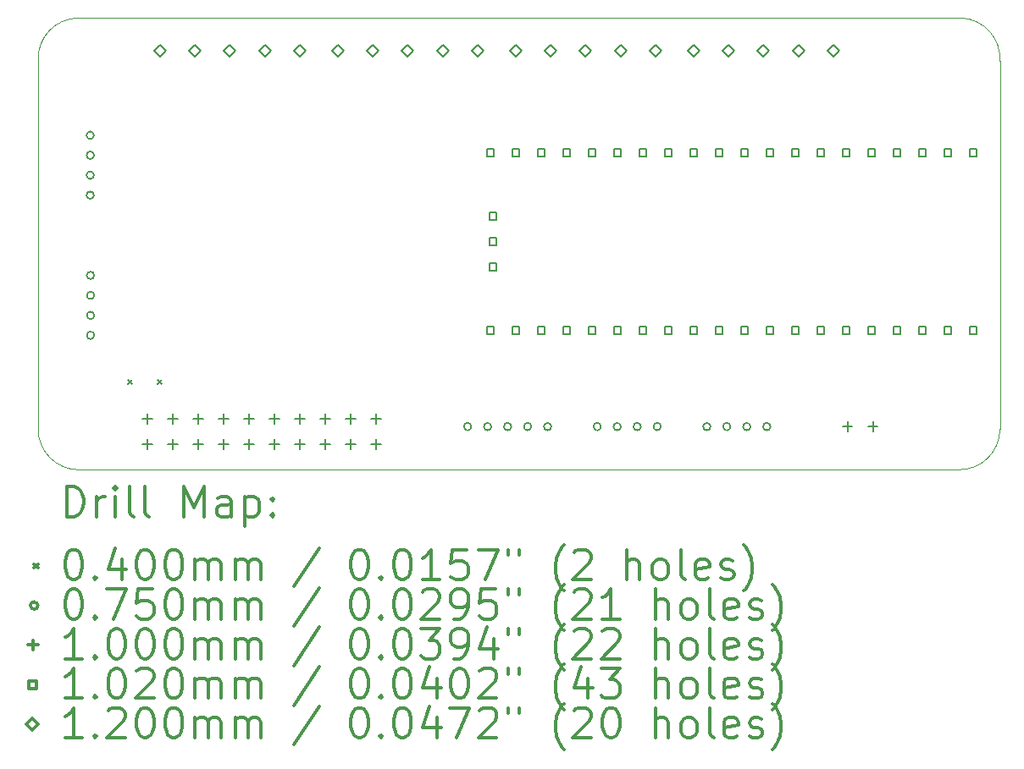
<source format=gbr>
%FSLAX45Y45*%
G04 Gerber Fmt 4.5, Leading zero omitted, Abs format (unit mm)*
G04 Created by KiCad (PCBNEW (5.1.12)-1) date 2021-12-31 11:23:11*
%MOMM*%
%LPD*%
G01*
G04 APERTURE LIST*
%TA.AperFunction,Profile*%
%ADD10C,0.050000*%
%TD*%
%ADD11C,0.200000*%
%ADD12C,0.300000*%
G04 APERTURE END LIST*
D10*
X19545300Y-12446000D02*
X10744200Y-12446000D01*
X19951700Y-8356600D02*
X19951700Y-12039600D01*
X10731500Y-7924800D02*
X19570700Y-7924800D01*
X10337800Y-12039600D02*
X10337800Y-8343900D01*
X10337800Y-12039600D02*
G75*
G03*
X10744200Y-12446000I406400J0D01*
G01*
X19545300Y-12446000D02*
G75*
G03*
X19951700Y-12039600I0J406400D01*
G01*
X19951700Y-8356600D02*
G75*
G03*
X19570700Y-7924800I-406400J25400D01*
G01*
X10731500Y-7924800D02*
G75*
G03*
X10337800Y-8343900I12700J-406400D01*
G01*
D11*
X11232840Y-11547160D02*
X11272840Y-11587160D01*
X11272840Y-11547160D02*
X11232840Y-11587160D01*
X11531920Y-11547160D02*
X11571920Y-11587160D01*
X11571920Y-11547160D02*
X11531920Y-11587160D01*
X10896000Y-9098280D02*
G75*
G03*
X10896000Y-9098280I-37500J0D01*
G01*
X10896000Y-9298280D02*
G75*
G03*
X10896000Y-9298280I-37500J0D01*
G01*
X10896000Y-9498280D02*
G75*
G03*
X10896000Y-9498280I-37500J0D01*
G01*
X10896000Y-9698280D02*
G75*
G03*
X10896000Y-9698280I-37500J0D01*
G01*
X10898540Y-10500360D02*
G75*
G03*
X10898540Y-10500360I-37500J0D01*
G01*
X10898540Y-10700360D02*
G75*
G03*
X10898540Y-10700360I-37500J0D01*
G01*
X10898540Y-10900360D02*
G75*
G03*
X10898540Y-10900360I-37500J0D01*
G01*
X10898540Y-11100360D02*
G75*
G03*
X10898540Y-11100360I-37500J0D01*
G01*
X14667900Y-12014200D02*
G75*
G03*
X14667900Y-12014200I-37500J0D01*
G01*
X14867900Y-12014200D02*
G75*
G03*
X14867900Y-12014200I-37500J0D01*
G01*
X15067900Y-12014200D02*
G75*
G03*
X15067900Y-12014200I-37500J0D01*
G01*
X15267900Y-12014200D02*
G75*
G03*
X15267900Y-12014200I-37500J0D01*
G01*
X15467900Y-12014200D02*
G75*
G03*
X15467900Y-12014200I-37500J0D01*
G01*
X15963300Y-12014200D02*
G75*
G03*
X15963300Y-12014200I-37500J0D01*
G01*
X16163300Y-12014200D02*
G75*
G03*
X16163300Y-12014200I-37500J0D01*
G01*
X16363300Y-12014200D02*
G75*
G03*
X16363300Y-12014200I-37500J0D01*
G01*
X16563300Y-12014200D02*
G75*
G03*
X16563300Y-12014200I-37500J0D01*
G01*
X17058700Y-12014200D02*
G75*
G03*
X17058700Y-12014200I-37500J0D01*
G01*
X17258700Y-12014200D02*
G75*
G03*
X17258700Y-12014200I-37500J0D01*
G01*
X17458700Y-12014200D02*
G75*
G03*
X17458700Y-12014200I-37500J0D01*
G01*
X17658700Y-12014200D02*
G75*
G03*
X17658700Y-12014200I-37500J0D01*
G01*
X11430000Y-11888000D02*
X11430000Y-11988000D01*
X11380000Y-11938000D02*
X11480000Y-11938000D01*
X11430000Y-12142000D02*
X11430000Y-12242000D01*
X11380000Y-12192000D02*
X11480000Y-12192000D01*
X11684000Y-11888000D02*
X11684000Y-11988000D01*
X11634000Y-11938000D02*
X11734000Y-11938000D01*
X11684000Y-12142000D02*
X11684000Y-12242000D01*
X11634000Y-12192000D02*
X11734000Y-12192000D01*
X11938000Y-11888000D02*
X11938000Y-11988000D01*
X11888000Y-11938000D02*
X11988000Y-11938000D01*
X11938000Y-12142000D02*
X11938000Y-12242000D01*
X11888000Y-12192000D02*
X11988000Y-12192000D01*
X12192000Y-11888000D02*
X12192000Y-11988000D01*
X12142000Y-11938000D02*
X12242000Y-11938000D01*
X12192000Y-12142000D02*
X12192000Y-12242000D01*
X12142000Y-12192000D02*
X12242000Y-12192000D01*
X12446000Y-11888000D02*
X12446000Y-11988000D01*
X12396000Y-11938000D02*
X12496000Y-11938000D01*
X12446000Y-12142000D02*
X12446000Y-12242000D01*
X12396000Y-12192000D02*
X12496000Y-12192000D01*
X12700000Y-11888000D02*
X12700000Y-11988000D01*
X12650000Y-11938000D02*
X12750000Y-11938000D01*
X12700000Y-12142000D02*
X12700000Y-12242000D01*
X12650000Y-12192000D02*
X12750000Y-12192000D01*
X12954000Y-11888000D02*
X12954000Y-11988000D01*
X12904000Y-11938000D02*
X13004000Y-11938000D01*
X12954000Y-12142000D02*
X12954000Y-12242000D01*
X12904000Y-12192000D02*
X13004000Y-12192000D01*
X13208000Y-11888000D02*
X13208000Y-11988000D01*
X13158000Y-11938000D02*
X13258000Y-11938000D01*
X13208000Y-12142000D02*
X13208000Y-12242000D01*
X13158000Y-12192000D02*
X13258000Y-12192000D01*
X13462000Y-11888000D02*
X13462000Y-11988000D01*
X13412000Y-11938000D02*
X13512000Y-11938000D01*
X13462000Y-12142000D02*
X13462000Y-12242000D01*
X13412000Y-12192000D02*
X13512000Y-12192000D01*
X13716000Y-11888000D02*
X13716000Y-11988000D01*
X13666000Y-11938000D02*
X13766000Y-11938000D01*
X13716000Y-12142000D02*
X13716000Y-12242000D01*
X13666000Y-12192000D02*
X13766000Y-12192000D01*
X18427700Y-11964200D02*
X18427700Y-12064200D01*
X18377700Y-12014200D02*
X18477700Y-12014200D01*
X18681700Y-11964200D02*
X18681700Y-12064200D01*
X18631700Y-12014200D02*
X18731700Y-12014200D01*
X14895063Y-9307063D02*
X14895063Y-9234937D01*
X14822937Y-9234937D01*
X14822937Y-9307063D01*
X14895063Y-9307063D01*
X14895063Y-11085063D02*
X14895063Y-11012937D01*
X14822937Y-11012937D01*
X14822937Y-11085063D01*
X14895063Y-11085063D01*
X14918063Y-9942063D02*
X14918063Y-9869937D01*
X14845937Y-9869937D01*
X14845937Y-9942063D01*
X14918063Y-9942063D01*
X14918063Y-10196063D02*
X14918063Y-10123937D01*
X14845937Y-10123937D01*
X14845937Y-10196063D01*
X14918063Y-10196063D01*
X14918063Y-10450063D02*
X14918063Y-10377937D01*
X14845937Y-10377937D01*
X14845937Y-10450063D01*
X14918063Y-10450063D01*
X15149063Y-9307063D02*
X15149063Y-9234937D01*
X15076937Y-9234937D01*
X15076937Y-9307063D01*
X15149063Y-9307063D01*
X15149063Y-11085063D02*
X15149063Y-11012937D01*
X15076937Y-11012937D01*
X15076937Y-11085063D01*
X15149063Y-11085063D01*
X15403063Y-9307063D02*
X15403063Y-9234937D01*
X15330937Y-9234937D01*
X15330937Y-9307063D01*
X15403063Y-9307063D01*
X15403063Y-11085063D02*
X15403063Y-11012937D01*
X15330937Y-11012937D01*
X15330937Y-11085063D01*
X15403063Y-11085063D01*
X15657063Y-9307063D02*
X15657063Y-9234937D01*
X15584937Y-9234937D01*
X15584937Y-9307063D01*
X15657063Y-9307063D01*
X15657063Y-11085063D02*
X15657063Y-11012937D01*
X15584937Y-11012937D01*
X15584937Y-11085063D01*
X15657063Y-11085063D01*
X15911063Y-9307063D02*
X15911063Y-9234937D01*
X15838937Y-9234937D01*
X15838937Y-9307063D01*
X15911063Y-9307063D01*
X15911063Y-11085063D02*
X15911063Y-11012937D01*
X15838937Y-11012937D01*
X15838937Y-11085063D01*
X15911063Y-11085063D01*
X16165063Y-9307063D02*
X16165063Y-9234937D01*
X16092937Y-9234937D01*
X16092937Y-9307063D01*
X16165063Y-9307063D01*
X16165063Y-11085063D02*
X16165063Y-11012937D01*
X16092937Y-11012937D01*
X16092937Y-11085063D01*
X16165063Y-11085063D01*
X16419063Y-9307063D02*
X16419063Y-9234937D01*
X16346937Y-9234937D01*
X16346937Y-9307063D01*
X16419063Y-9307063D01*
X16419063Y-11085063D02*
X16419063Y-11012937D01*
X16346937Y-11012937D01*
X16346937Y-11085063D01*
X16419063Y-11085063D01*
X16673063Y-9307063D02*
X16673063Y-9234937D01*
X16600937Y-9234937D01*
X16600937Y-9307063D01*
X16673063Y-9307063D01*
X16673063Y-11085063D02*
X16673063Y-11012937D01*
X16600937Y-11012937D01*
X16600937Y-11085063D01*
X16673063Y-11085063D01*
X16927063Y-9307063D02*
X16927063Y-9234937D01*
X16854937Y-9234937D01*
X16854937Y-9307063D01*
X16927063Y-9307063D01*
X16927063Y-11085063D02*
X16927063Y-11012937D01*
X16854937Y-11012937D01*
X16854937Y-11085063D01*
X16927063Y-11085063D01*
X17181063Y-9307063D02*
X17181063Y-9234937D01*
X17108937Y-9234937D01*
X17108937Y-9307063D01*
X17181063Y-9307063D01*
X17181063Y-11085063D02*
X17181063Y-11012937D01*
X17108937Y-11012937D01*
X17108937Y-11085063D01*
X17181063Y-11085063D01*
X17435063Y-9307063D02*
X17435063Y-9234937D01*
X17362937Y-9234937D01*
X17362937Y-9307063D01*
X17435063Y-9307063D01*
X17435063Y-11085063D02*
X17435063Y-11012937D01*
X17362937Y-11012937D01*
X17362937Y-11085063D01*
X17435063Y-11085063D01*
X17689063Y-9307063D02*
X17689063Y-9234937D01*
X17616937Y-9234937D01*
X17616937Y-9307063D01*
X17689063Y-9307063D01*
X17689063Y-11085063D02*
X17689063Y-11012937D01*
X17616937Y-11012937D01*
X17616937Y-11085063D01*
X17689063Y-11085063D01*
X17943063Y-9307063D02*
X17943063Y-9234937D01*
X17870937Y-9234937D01*
X17870937Y-9307063D01*
X17943063Y-9307063D01*
X17943063Y-11085063D02*
X17943063Y-11012937D01*
X17870937Y-11012937D01*
X17870937Y-11085063D01*
X17943063Y-11085063D01*
X18197063Y-9307063D02*
X18197063Y-9234937D01*
X18124937Y-9234937D01*
X18124937Y-9307063D01*
X18197063Y-9307063D01*
X18197063Y-11085063D02*
X18197063Y-11012937D01*
X18124937Y-11012937D01*
X18124937Y-11085063D01*
X18197063Y-11085063D01*
X18451063Y-9307063D02*
X18451063Y-9234937D01*
X18378937Y-9234937D01*
X18378937Y-9307063D01*
X18451063Y-9307063D01*
X18451063Y-11085063D02*
X18451063Y-11012937D01*
X18378937Y-11012937D01*
X18378937Y-11085063D01*
X18451063Y-11085063D01*
X18705063Y-9307063D02*
X18705063Y-9234937D01*
X18632937Y-9234937D01*
X18632937Y-9307063D01*
X18705063Y-9307063D01*
X18705063Y-11085063D02*
X18705063Y-11012937D01*
X18632937Y-11012937D01*
X18632937Y-11085063D01*
X18705063Y-11085063D01*
X18959063Y-9307063D02*
X18959063Y-9234937D01*
X18886937Y-9234937D01*
X18886937Y-9307063D01*
X18959063Y-9307063D01*
X18959063Y-11085063D02*
X18959063Y-11012937D01*
X18886937Y-11012937D01*
X18886937Y-11085063D01*
X18959063Y-11085063D01*
X19213063Y-9307063D02*
X19213063Y-9234937D01*
X19140937Y-9234937D01*
X19140937Y-9307063D01*
X19213063Y-9307063D01*
X19213063Y-11085063D02*
X19213063Y-11012937D01*
X19140937Y-11012937D01*
X19140937Y-11085063D01*
X19213063Y-11085063D01*
X19467063Y-9307063D02*
X19467063Y-9234937D01*
X19394937Y-9234937D01*
X19394937Y-9307063D01*
X19467063Y-9307063D01*
X19467063Y-11085063D02*
X19467063Y-11012937D01*
X19394937Y-11012937D01*
X19394937Y-11085063D01*
X19467063Y-11085063D01*
X19721063Y-9307063D02*
X19721063Y-9234937D01*
X19648937Y-9234937D01*
X19648937Y-9307063D01*
X19721063Y-9307063D01*
X19721063Y-11085063D02*
X19721063Y-11012937D01*
X19648937Y-11012937D01*
X19648937Y-11085063D01*
X19721063Y-11085063D01*
X11554000Y-8315000D02*
X11614000Y-8255000D01*
X11554000Y-8195000D01*
X11494000Y-8255000D01*
X11554000Y-8315000D01*
X11904000Y-8315000D02*
X11964000Y-8255000D01*
X11904000Y-8195000D01*
X11844000Y-8255000D01*
X11904000Y-8315000D01*
X12254000Y-8315000D02*
X12314000Y-8255000D01*
X12254000Y-8195000D01*
X12194000Y-8255000D01*
X12254000Y-8315000D01*
X12604000Y-8315000D02*
X12664000Y-8255000D01*
X12604000Y-8195000D01*
X12544000Y-8255000D01*
X12604000Y-8315000D01*
X12954000Y-8315000D02*
X13014000Y-8255000D01*
X12954000Y-8195000D01*
X12894000Y-8255000D01*
X12954000Y-8315000D01*
X13332000Y-8315000D02*
X13392000Y-8255000D01*
X13332000Y-8195000D01*
X13272000Y-8255000D01*
X13332000Y-8315000D01*
X13682000Y-8315000D02*
X13742000Y-8255000D01*
X13682000Y-8195000D01*
X13622000Y-8255000D01*
X13682000Y-8315000D01*
X14032000Y-8315000D02*
X14092000Y-8255000D01*
X14032000Y-8195000D01*
X13972000Y-8255000D01*
X14032000Y-8315000D01*
X14382000Y-8315000D02*
X14442000Y-8255000D01*
X14382000Y-8195000D01*
X14322000Y-8255000D01*
X14382000Y-8315000D01*
X14732000Y-8315000D02*
X14792000Y-8255000D01*
X14732000Y-8195000D01*
X14672000Y-8255000D01*
X14732000Y-8315000D01*
X15110000Y-8315000D02*
X15170000Y-8255000D01*
X15110000Y-8195000D01*
X15050000Y-8255000D01*
X15110000Y-8315000D01*
X15460000Y-8315000D02*
X15520000Y-8255000D01*
X15460000Y-8195000D01*
X15400000Y-8255000D01*
X15460000Y-8315000D01*
X15810000Y-8315000D02*
X15870000Y-8255000D01*
X15810000Y-8195000D01*
X15750000Y-8255000D01*
X15810000Y-8315000D01*
X16160000Y-8315000D02*
X16220000Y-8255000D01*
X16160000Y-8195000D01*
X16100000Y-8255000D01*
X16160000Y-8315000D01*
X16510000Y-8315000D02*
X16570000Y-8255000D01*
X16510000Y-8195000D01*
X16450000Y-8255000D01*
X16510000Y-8315000D01*
X16888000Y-8315000D02*
X16948000Y-8255000D01*
X16888000Y-8195000D01*
X16828000Y-8255000D01*
X16888000Y-8315000D01*
X17238000Y-8315000D02*
X17298000Y-8255000D01*
X17238000Y-8195000D01*
X17178000Y-8255000D01*
X17238000Y-8315000D01*
X17588000Y-8315000D02*
X17648000Y-8255000D01*
X17588000Y-8195000D01*
X17528000Y-8255000D01*
X17588000Y-8315000D01*
X17938000Y-8315000D02*
X17998000Y-8255000D01*
X17938000Y-8195000D01*
X17878000Y-8255000D01*
X17938000Y-8315000D01*
X18288000Y-8315000D02*
X18348000Y-8255000D01*
X18288000Y-8195000D01*
X18228000Y-8255000D01*
X18288000Y-8315000D01*
D12*
X10621530Y-12914214D02*
X10621530Y-12614214D01*
X10692959Y-12614214D01*
X10735816Y-12628500D01*
X10764387Y-12657071D01*
X10778673Y-12685643D01*
X10792959Y-12742786D01*
X10792959Y-12785643D01*
X10778673Y-12842786D01*
X10764387Y-12871357D01*
X10735816Y-12899929D01*
X10692959Y-12914214D01*
X10621530Y-12914214D01*
X10921530Y-12914214D02*
X10921530Y-12714214D01*
X10921530Y-12771357D02*
X10935816Y-12742786D01*
X10950102Y-12728500D01*
X10978673Y-12714214D01*
X11007244Y-12714214D01*
X11107244Y-12914214D02*
X11107244Y-12714214D01*
X11107244Y-12614214D02*
X11092959Y-12628500D01*
X11107244Y-12642786D01*
X11121530Y-12628500D01*
X11107244Y-12614214D01*
X11107244Y-12642786D01*
X11292959Y-12914214D02*
X11264387Y-12899929D01*
X11250101Y-12871357D01*
X11250101Y-12614214D01*
X11450101Y-12914214D02*
X11421530Y-12899929D01*
X11407244Y-12871357D01*
X11407244Y-12614214D01*
X11792959Y-12914214D02*
X11792959Y-12614214D01*
X11892959Y-12828500D01*
X11992959Y-12614214D01*
X11992959Y-12914214D01*
X12264387Y-12914214D02*
X12264387Y-12757071D01*
X12250101Y-12728500D01*
X12221530Y-12714214D01*
X12164387Y-12714214D01*
X12135816Y-12728500D01*
X12264387Y-12899929D02*
X12235816Y-12914214D01*
X12164387Y-12914214D01*
X12135816Y-12899929D01*
X12121530Y-12871357D01*
X12121530Y-12842786D01*
X12135816Y-12814214D01*
X12164387Y-12799929D01*
X12235816Y-12799929D01*
X12264387Y-12785643D01*
X12407244Y-12714214D02*
X12407244Y-13014214D01*
X12407244Y-12728500D02*
X12435816Y-12714214D01*
X12492959Y-12714214D01*
X12521530Y-12728500D01*
X12535816Y-12742786D01*
X12550101Y-12771357D01*
X12550101Y-12857071D01*
X12535816Y-12885643D01*
X12521530Y-12899929D01*
X12492959Y-12914214D01*
X12435816Y-12914214D01*
X12407244Y-12899929D01*
X12678673Y-12885643D02*
X12692959Y-12899929D01*
X12678673Y-12914214D01*
X12664387Y-12899929D01*
X12678673Y-12885643D01*
X12678673Y-12914214D01*
X12678673Y-12728500D02*
X12692959Y-12742786D01*
X12678673Y-12757071D01*
X12664387Y-12742786D01*
X12678673Y-12728500D01*
X12678673Y-12757071D01*
X10295102Y-13388500D02*
X10335102Y-13428500D01*
X10335102Y-13388500D02*
X10295102Y-13428500D01*
X10678673Y-13244214D02*
X10707244Y-13244214D01*
X10735816Y-13258500D01*
X10750102Y-13272786D01*
X10764387Y-13301357D01*
X10778673Y-13358500D01*
X10778673Y-13429929D01*
X10764387Y-13487071D01*
X10750102Y-13515643D01*
X10735816Y-13529929D01*
X10707244Y-13544214D01*
X10678673Y-13544214D01*
X10650102Y-13529929D01*
X10635816Y-13515643D01*
X10621530Y-13487071D01*
X10607244Y-13429929D01*
X10607244Y-13358500D01*
X10621530Y-13301357D01*
X10635816Y-13272786D01*
X10650102Y-13258500D01*
X10678673Y-13244214D01*
X10907244Y-13515643D02*
X10921530Y-13529929D01*
X10907244Y-13544214D01*
X10892959Y-13529929D01*
X10907244Y-13515643D01*
X10907244Y-13544214D01*
X11178673Y-13344214D02*
X11178673Y-13544214D01*
X11107244Y-13229929D02*
X11035816Y-13444214D01*
X11221530Y-13444214D01*
X11392959Y-13244214D02*
X11421530Y-13244214D01*
X11450101Y-13258500D01*
X11464387Y-13272786D01*
X11478673Y-13301357D01*
X11492959Y-13358500D01*
X11492959Y-13429929D01*
X11478673Y-13487071D01*
X11464387Y-13515643D01*
X11450101Y-13529929D01*
X11421530Y-13544214D01*
X11392959Y-13544214D01*
X11364387Y-13529929D01*
X11350101Y-13515643D01*
X11335816Y-13487071D01*
X11321530Y-13429929D01*
X11321530Y-13358500D01*
X11335816Y-13301357D01*
X11350101Y-13272786D01*
X11364387Y-13258500D01*
X11392959Y-13244214D01*
X11678673Y-13244214D02*
X11707244Y-13244214D01*
X11735816Y-13258500D01*
X11750101Y-13272786D01*
X11764387Y-13301357D01*
X11778673Y-13358500D01*
X11778673Y-13429929D01*
X11764387Y-13487071D01*
X11750101Y-13515643D01*
X11735816Y-13529929D01*
X11707244Y-13544214D01*
X11678673Y-13544214D01*
X11650101Y-13529929D01*
X11635816Y-13515643D01*
X11621530Y-13487071D01*
X11607244Y-13429929D01*
X11607244Y-13358500D01*
X11621530Y-13301357D01*
X11635816Y-13272786D01*
X11650101Y-13258500D01*
X11678673Y-13244214D01*
X11907244Y-13544214D02*
X11907244Y-13344214D01*
X11907244Y-13372786D02*
X11921530Y-13358500D01*
X11950101Y-13344214D01*
X11992959Y-13344214D01*
X12021530Y-13358500D01*
X12035816Y-13387071D01*
X12035816Y-13544214D01*
X12035816Y-13387071D02*
X12050101Y-13358500D01*
X12078673Y-13344214D01*
X12121530Y-13344214D01*
X12150101Y-13358500D01*
X12164387Y-13387071D01*
X12164387Y-13544214D01*
X12307244Y-13544214D02*
X12307244Y-13344214D01*
X12307244Y-13372786D02*
X12321530Y-13358500D01*
X12350101Y-13344214D01*
X12392959Y-13344214D01*
X12421530Y-13358500D01*
X12435816Y-13387071D01*
X12435816Y-13544214D01*
X12435816Y-13387071D02*
X12450101Y-13358500D01*
X12478673Y-13344214D01*
X12521530Y-13344214D01*
X12550101Y-13358500D01*
X12564387Y-13387071D01*
X12564387Y-13544214D01*
X13150101Y-13229929D02*
X12892959Y-13615643D01*
X13535816Y-13244214D02*
X13564387Y-13244214D01*
X13592959Y-13258500D01*
X13607244Y-13272786D01*
X13621530Y-13301357D01*
X13635816Y-13358500D01*
X13635816Y-13429929D01*
X13621530Y-13487071D01*
X13607244Y-13515643D01*
X13592959Y-13529929D01*
X13564387Y-13544214D01*
X13535816Y-13544214D01*
X13507244Y-13529929D01*
X13492959Y-13515643D01*
X13478673Y-13487071D01*
X13464387Y-13429929D01*
X13464387Y-13358500D01*
X13478673Y-13301357D01*
X13492959Y-13272786D01*
X13507244Y-13258500D01*
X13535816Y-13244214D01*
X13764387Y-13515643D02*
X13778673Y-13529929D01*
X13764387Y-13544214D01*
X13750101Y-13529929D01*
X13764387Y-13515643D01*
X13764387Y-13544214D01*
X13964387Y-13244214D02*
X13992959Y-13244214D01*
X14021530Y-13258500D01*
X14035816Y-13272786D01*
X14050101Y-13301357D01*
X14064387Y-13358500D01*
X14064387Y-13429929D01*
X14050101Y-13487071D01*
X14035816Y-13515643D01*
X14021530Y-13529929D01*
X13992959Y-13544214D01*
X13964387Y-13544214D01*
X13935816Y-13529929D01*
X13921530Y-13515643D01*
X13907244Y-13487071D01*
X13892959Y-13429929D01*
X13892959Y-13358500D01*
X13907244Y-13301357D01*
X13921530Y-13272786D01*
X13935816Y-13258500D01*
X13964387Y-13244214D01*
X14350101Y-13544214D02*
X14178673Y-13544214D01*
X14264387Y-13544214D02*
X14264387Y-13244214D01*
X14235816Y-13287071D01*
X14207244Y-13315643D01*
X14178673Y-13329929D01*
X14621530Y-13244214D02*
X14478673Y-13244214D01*
X14464387Y-13387071D01*
X14478673Y-13372786D01*
X14507244Y-13358500D01*
X14578673Y-13358500D01*
X14607244Y-13372786D01*
X14621530Y-13387071D01*
X14635816Y-13415643D01*
X14635816Y-13487071D01*
X14621530Y-13515643D01*
X14607244Y-13529929D01*
X14578673Y-13544214D01*
X14507244Y-13544214D01*
X14478673Y-13529929D01*
X14464387Y-13515643D01*
X14735816Y-13244214D02*
X14935816Y-13244214D01*
X14807244Y-13544214D01*
X15035816Y-13244214D02*
X15035816Y-13301357D01*
X15150101Y-13244214D02*
X15150101Y-13301357D01*
X15592959Y-13658500D02*
X15578673Y-13644214D01*
X15550101Y-13601357D01*
X15535816Y-13572786D01*
X15521530Y-13529929D01*
X15507244Y-13458500D01*
X15507244Y-13401357D01*
X15521530Y-13329929D01*
X15535816Y-13287071D01*
X15550101Y-13258500D01*
X15578673Y-13215643D01*
X15592959Y-13201357D01*
X15692959Y-13272786D02*
X15707244Y-13258500D01*
X15735816Y-13244214D01*
X15807244Y-13244214D01*
X15835816Y-13258500D01*
X15850101Y-13272786D01*
X15864387Y-13301357D01*
X15864387Y-13329929D01*
X15850101Y-13372786D01*
X15678673Y-13544214D01*
X15864387Y-13544214D01*
X16221530Y-13544214D02*
X16221530Y-13244214D01*
X16350101Y-13544214D02*
X16350101Y-13387071D01*
X16335816Y-13358500D01*
X16307244Y-13344214D01*
X16264387Y-13344214D01*
X16235816Y-13358500D01*
X16221530Y-13372786D01*
X16535816Y-13544214D02*
X16507244Y-13529929D01*
X16492959Y-13515643D01*
X16478673Y-13487071D01*
X16478673Y-13401357D01*
X16492959Y-13372786D01*
X16507244Y-13358500D01*
X16535816Y-13344214D01*
X16578673Y-13344214D01*
X16607244Y-13358500D01*
X16621530Y-13372786D01*
X16635816Y-13401357D01*
X16635816Y-13487071D01*
X16621530Y-13515643D01*
X16607244Y-13529929D01*
X16578673Y-13544214D01*
X16535816Y-13544214D01*
X16807244Y-13544214D02*
X16778673Y-13529929D01*
X16764387Y-13501357D01*
X16764387Y-13244214D01*
X17035816Y-13529929D02*
X17007244Y-13544214D01*
X16950102Y-13544214D01*
X16921530Y-13529929D01*
X16907244Y-13501357D01*
X16907244Y-13387071D01*
X16921530Y-13358500D01*
X16950102Y-13344214D01*
X17007244Y-13344214D01*
X17035816Y-13358500D01*
X17050102Y-13387071D01*
X17050102Y-13415643D01*
X16907244Y-13444214D01*
X17164387Y-13529929D02*
X17192959Y-13544214D01*
X17250102Y-13544214D01*
X17278673Y-13529929D01*
X17292959Y-13501357D01*
X17292959Y-13487071D01*
X17278673Y-13458500D01*
X17250102Y-13444214D01*
X17207244Y-13444214D01*
X17178673Y-13429929D01*
X17164387Y-13401357D01*
X17164387Y-13387071D01*
X17178673Y-13358500D01*
X17207244Y-13344214D01*
X17250102Y-13344214D01*
X17278673Y-13358500D01*
X17392959Y-13658500D02*
X17407244Y-13644214D01*
X17435816Y-13601357D01*
X17450102Y-13572786D01*
X17464387Y-13529929D01*
X17478673Y-13458500D01*
X17478673Y-13401357D01*
X17464387Y-13329929D01*
X17450102Y-13287071D01*
X17435816Y-13258500D01*
X17407244Y-13215643D01*
X17392959Y-13201357D01*
X10335102Y-13804500D02*
G75*
G03*
X10335102Y-13804500I-37500J0D01*
G01*
X10678673Y-13640214D02*
X10707244Y-13640214D01*
X10735816Y-13654500D01*
X10750102Y-13668786D01*
X10764387Y-13697357D01*
X10778673Y-13754500D01*
X10778673Y-13825929D01*
X10764387Y-13883071D01*
X10750102Y-13911643D01*
X10735816Y-13925929D01*
X10707244Y-13940214D01*
X10678673Y-13940214D01*
X10650102Y-13925929D01*
X10635816Y-13911643D01*
X10621530Y-13883071D01*
X10607244Y-13825929D01*
X10607244Y-13754500D01*
X10621530Y-13697357D01*
X10635816Y-13668786D01*
X10650102Y-13654500D01*
X10678673Y-13640214D01*
X10907244Y-13911643D02*
X10921530Y-13925929D01*
X10907244Y-13940214D01*
X10892959Y-13925929D01*
X10907244Y-13911643D01*
X10907244Y-13940214D01*
X11021530Y-13640214D02*
X11221530Y-13640214D01*
X11092959Y-13940214D01*
X11478673Y-13640214D02*
X11335816Y-13640214D01*
X11321530Y-13783071D01*
X11335816Y-13768786D01*
X11364387Y-13754500D01*
X11435816Y-13754500D01*
X11464387Y-13768786D01*
X11478673Y-13783071D01*
X11492959Y-13811643D01*
X11492959Y-13883071D01*
X11478673Y-13911643D01*
X11464387Y-13925929D01*
X11435816Y-13940214D01*
X11364387Y-13940214D01*
X11335816Y-13925929D01*
X11321530Y-13911643D01*
X11678673Y-13640214D02*
X11707244Y-13640214D01*
X11735816Y-13654500D01*
X11750101Y-13668786D01*
X11764387Y-13697357D01*
X11778673Y-13754500D01*
X11778673Y-13825929D01*
X11764387Y-13883071D01*
X11750101Y-13911643D01*
X11735816Y-13925929D01*
X11707244Y-13940214D01*
X11678673Y-13940214D01*
X11650101Y-13925929D01*
X11635816Y-13911643D01*
X11621530Y-13883071D01*
X11607244Y-13825929D01*
X11607244Y-13754500D01*
X11621530Y-13697357D01*
X11635816Y-13668786D01*
X11650101Y-13654500D01*
X11678673Y-13640214D01*
X11907244Y-13940214D02*
X11907244Y-13740214D01*
X11907244Y-13768786D02*
X11921530Y-13754500D01*
X11950101Y-13740214D01*
X11992959Y-13740214D01*
X12021530Y-13754500D01*
X12035816Y-13783071D01*
X12035816Y-13940214D01*
X12035816Y-13783071D02*
X12050101Y-13754500D01*
X12078673Y-13740214D01*
X12121530Y-13740214D01*
X12150101Y-13754500D01*
X12164387Y-13783071D01*
X12164387Y-13940214D01*
X12307244Y-13940214D02*
X12307244Y-13740214D01*
X12307244Y-13768786D02*
X12321530Y-13754500D01*
X12350101Y-13740214D01*
X12392959Y-13740214D01*
X12421530Y-13754500D01*
X12435816Y-13783071D01*
X12435816Y-13940214D01*
X12435816Y-13783071D02*
X12450101Y-13754500D01*
X12478673Y-13740214D01*
X12521530Y-13740214D01*
X12550101Y-13754500D01*
X12564387Y-13783071D01*
X12564387Y-13940214D01*
X13150101Y-13625929D02*
X12892959Y-14011643D01*
X13535816Y-13640214D02*
X13564387Y-13640214D01*
X13592959Y-13654500D01*
X13607244Y-13668786D01*
X13621530Y-13697357D01*
X13635816Y-13754500D01*
X13635816Y-13825929D01*
X13621530Y-13883071D01*
X13607244Y-13911643D01*
X13592959Y-13925929D01*
X13564387Y-13940214D01*
X13535816Y-13940214D01*
X13507244Y-13925929D01*
X13492959Y-13911643D01*
X13478673Y-13883071D01*
X13464387Y-13825929D01*
X13464387Y-13754500D01*
X13478673Y-13697357D01*
X13492959Y-13668786D01*
X13507244Y-13654500D01*
X13535816Y-13640214D01*
X13764387Y-13911643D02*
X13778673Y-13925929D01*
X13764387Y-13940214D01*
X13750101Y-13925929D01*
X13764387Y-13911643D01*
X13764387Y-13940214D01*
X13964387Y-13640214D02*
X13992959Y-13640214D01*
X14021530Y-13654500D01*
X14035816Y-13668786D01*
X14050101Y-13697357D01*
X14064387Y-13754500D01*
X14064387Y-13825929D01*
X14050101Y-13883071D01*
X14035816Y-13911643D01*
X14021530Y-13925929D01*
X13992959Y-13940214D01*
X13964387Y-13940214D01*
X13935816Y-13925929D01*
X13921530Y-13911643D01*
X13907244Y-13883071D01*
X13892959Y-13825929D01*
X13892959Y-13754500D01*
X13907244Y-13697357D01*
X13921530Y-13668786D01*
X13935816Y-13654500D01*
X13964387Y-13640214D01*
X14178673Y-13668786D02*
X14192959Y-13654500D01*
X14221530Y-13640214D01*
X14292959Y-13640214D01*
X14321530Y-13654500D01*
X14335816Y-13668786D01*
X14350101Y-13697357D01*
X14350101Y-13725929D01*
X14335816Y-13768786D01*
X14164387Y-13940214D01*
X14350101Y-13940214D01*
X14492959Y-13940214D02*
X14550101Y-13940214D01*
X14578673Y-13925929D01*
X14592959Y-13911643D01*
X14621530Y-13868786D01*
X14635816Y-13811643D01*
X14635816Y-13697357D01*
X14621530Y-13668786D01*
X14607244Y-13654500D01*
X14578673Y-13640214D01*
X14521530Y-13640214D01*
X14492959Y-13654500D01*
X14478673Y-13668786D01*
X14464387Y-13697357D01*
X14464387Y-13768786D01*
X14478673Y-13797357D01*
X14492959Y-13811643D01*
X14521530Y-13825929D01*
X14578673Y-13825929D01*
X14607244Y-13811643D01*
X14621530Y-13797357D01*
X14635816Y-13768786D01*
X14907244Y-13640214D02*
X14764387Y-13640214D01*
X14750101Y-13783071D01*
X14764387Y-13768786D01*
X14792959Y-13754500D01*
X14864387Y-13754500D01*
X14892959Y-13768786D01*
X14907244Y-13783071D01*
X14921530Y-13811643D01*
X14921530Y-13883071D01*
X14907244Y-13911643D01*
X14892959Y-13925929D01*
X14864387Y-13940214D01*
X14792959Y-13940214D01*
X14764387Y-13925929D01*
X14750101Y-13911643D01*
X15035816Y-13640214D02*
X15035816Y-13697357D01*
X15150101Y-13640214D02*
X15150101Y-13697357D01*
X15592959Y-14054500D02*
X15578673Y-14040214D01*
X15550101Y-13997357D01*
X15535816Y-13968786D01*
X15521530Y-13925929D01*
X15507244Y-13854500D01*
X15507244Y-13797357D01*
X15521530Y-13725929D01*
X15535816Y-13683071D01*
X15550101Y-13654500D01*
X15578673Y-13611643D01*
X15592959Y-13597357D01*
X15692959Y-13668786D02*
X15707244Y-13654500D01*
X15735816Y-13640214D01*
X15807244Y-13640214D01*
X15835816Y-13654500D01*
X15850101Y-13668786D01*
X15864387Y-13697357D01*
X15864387Y-13725929D01*
X15850101Y-13768786D01*
X15678673Y-13940214D01*
X15864387Y-13940214D01*
X16150101Y-13940214D02*
X15978673Y-13940214D01*
X16064387Y-13940214D02*
X16064387Y-13640214D01*
X16035816Y-13683071D01*
X16007244Y-13711643D01*
X15978673Y-13725929D01*
X16507244Y-13940214D02*
X16507244Y-13640214D01*
X16635816Y-13940214D02*
X16635816Y-13783071D01*
X16621530Y-13754500D01*
X16592959Y-13740214D01*
X16550101Y-13740214D01*
X16521530Y-13754500D01*
X16507244Y-13768786D01*
X16821530Y-13940214D02*
X16792959Y-13925929D01*
X16778673Y-13911643D01*
X16764387Y-13883071D01*
X16764387Y-13797357D01*
X16778673Y-13768786D01*
X16792959Y-13754500D01*
X16821530Y-13740214D01*
X16864387Y-13740214D01*
X16892959Y-13754500D01*
X16907244Y-13768786D01*
X16921530Y-13797357D01*
X16921530Y-13883071D01*
X16907244Y-13911643D01*
X16892959Y-13925929D01*
X16864387Y-13940214D01*
X16821530Y-13940214D01*
X17092959Y-13940214D02*
X17064387Y-13925929D01*
X17050102Y-13897357D01*
X17050102Y-13640214D01*
X17321530Y-13925929D02*
X17292959Y-13940214D01*
X17235816Y-13940214D01*
X17207244Y-13925929D01*
X17192959Y-13897357D01*
X17192959Y-13783071D01*
X17207244Y-13754500D01*
X17235816Y-13740214D01*
X17292959Y-13740214D01*
X17321530Y-13754500D01*
X17335816Y-13783071D01*
X17335816Y-13811643D01*
X17192959Y-13840214D01*
X17450102Y-13925929D02*
X17478673Y-13940214D01*
X17535816Y-13940214D01*
X17564387Y-13925929D01*
X17578673Y-13897357D01*
X17578673Y-13883071D01*
X17564387Y-13854500D01*
X17535816Y-13840214D01*
X17492959Y-13840214D01*
X17464387Y-13825929D01*
X17450102Y-13797357D01*
X17450102Y-13783071D01*
X17464387Y-13754500D01*
X17492959Y-13740214D01*
X17535816Y-13740214D01*
X17564387Y-13754500D01*
X17678673Y-14054500D02*
X17692959Y-14040214D01*
X17721530Y-13997357D01*
X17735816Y-13968786D01*
X17750102Y-13925929D01*
X17764387Y-13854500D01*
X17764387Y-13797357D01*
X17750102Y-13725929D01*
X17735816Y-13683071D01*
X17721530Y-13654500D01*
X17692959Y-13611643D01*
X17678673Y-13597357D01*
X10285102Y-14150500D02*
X10285102Y-14250500D01*
X10235102Y-14200500D02*
X10335102Y-14200500D01*
X10778673Y-14336214D02*
X10607244Y-14336214D01*
X10692959Y-14336214D02*
X10692959Y-14036214D01*
X10664387Y-14079071D01*
X10635816Y-14107643D01*
X10607244Y-14121929D01*
X10907244Y-14307643D02*
X10921530Y-14321929D01*
X10907244Y-14336214D01*
X10892959Y-14321929D01*
X10907244Y-14307643D01*
X10907244Y-14336214D01*
X11107244Y-14036214D02*
X11135816Y-14036214D01*
X11164387Y-14050500D01*
X11178673Y-14064786D01*
X11192959Y-14093357D01*
X11207244Y-14150500D01*
X11207244Y-14221929D01*
X11192959Y-14279071D01*
X11178673Y-14307643D01*
X11164387Y-14321929D01*
X11135816Y-14336214D01*
X11107244Y-14336214D01*
X11078673Y-14321929D01*
X11064387Y-14307643D01*
X11050102Y-14279071D01*
X11035816Y-14221929D01*
X11035816Y-14150500D01*
X11050102Y-14093357D01*
X11064387Y-14064786D01*
X11078673Y-14050500D01*
X11107244Y-14036214D01*
X11392959Y-14036214D02*
X11421530Y-14036214D01*
X11450101Y-14050500D01*
X11464387Y-14064786D01*
X11478673Y-14093357D01*
X11492959Y-14150500D01*
X11492959Y-14221929D01*
X11478673Y-14279071D01*
X11464387Y-14307643D01*
X11450101Y-14321929D01*
X11421530Y-14336214D01*
X11392959Y-14336214D01*
X11364387Y-14321929D01*
X11350101Y-14307643D01*
X11335816Y-14279071D01*
X11321530Y-14221929D01*
X11321530Y-14150500D01*
X11335816Y-14093357D01*
X11350101Y-14064786D01*
X11364387Y-14050500D01*
X11392959Y-14036214D01*
X11678673Y-14036214D02*
X11707244Y-14036214D01*
X11735816Y-14050500D01*
X11750101Y-14064786D01*
X11764387Y-14093357D01*
X11778673Y-14150500D01*
X11778673Y-14221929D01*
X11764387Y-14279071D01*
X11750101Y-14307643D01*
X11735816Y-14321929D01*
X11707244Y-14336214D01*
X11678673Y-14336214D01*
X11650101Y-14321929D01*
X11635816Y-14307643D01*
X11621530Y-14279071D01*
X11607244Y-14221929D01*
X11607244Y-14150500D01*
X11621530Y-14093357D01*
X11635816Y-14064786D01*
X11650101Y-14050500D01*
X11678673Y-14036214D01*
X11907244Y-14336214D02*
X11907244Y-14136214D01*
X11907244Y-14164786D02*
X11921530Y-14150500D01*
X11950101Y-14136214D01*
X11992959Y-14136214D01*
X12021530Y-14150500D01*
X12035816Y-14179071D01*
X12035816Y-14336214D01*
X12035816Y-14179071D02*
X12050101Y-14150500D01*
X12078673Y-14136214D01*
X12121530Y-14136214D01*
X12150101Y-14150500D01*
X12164387Y-14179071D01*
X12164387Y-14336214D01*
X12307244Y-14336214D02*
X12307244Y-14136214D01*
X12307244Y-14164786D02*
X12321530Y-14150500D01*
X12350101Y-14136214D01*
X12392959Y-14136214D01*
X12421530Y-14150500D01*
X12435816Y-14179071D01*
X12435816Y-14336214D01*
X12435816Y-14179071D02*
X12450101Y-14150500D01*
X12478673Y-14136214D01*
X12521530Y-14136214D01*
X12550101Y-14150500D01*
X12564387Y-14179071D01*
X12564387Y-14336214D01*
X13150101Y-14021929D02*
X12892959Y-14407643D01*
X13535816Y-14036214D02*
X13564387Y-14036214D01*
X13592959Y-14050500D01*
X13607244Y-14064786D01*
X13621530Y-14093357D01*
X13635816Y-14150500D01*
X13635816Y-14221929D01*
X13621530Y-14279071D01*
X13607244Y-14307643D01*
X13592959Y-14321929D01*
X13564387Y-14336214D01*
X13535816Y-14336214D01*
X13507244Y-14321929D01*
X13492959Y-14307643D01*
X13478673Y-14279071D01*
X13464387Y-14221929D01*
X13464387Y-14150500D01*
X13478673Y-14093357D01*
X13492959Y-14064786D01*
X13507244Y-14050500D01*
X13535816Y-14036214D01*
X13764387Y-14307643D02*
X13778673Y-14321929D01*
X13764387Y-14336214D01*
X13750101Y-14321929D01*
X13764387Y-14307643D01*
X13764387Y-14336214D01*
X13964387Y-14036214D02*
X13992959Y-14036214D01*
X14021530Y-14050500D01*
X14035816Y-14064786D01*
X14050101Y-14093357D01*
X14064387Y-14150500D01*
X14064387Y-14221929D01*
X14050101Y-14279071D01*
X14035816Y-14307643D01*
X14021530Y-14321929D01*
X13992959Y-14336214D01*
X13964387Y-14336214D01*
X13935816Y-14321929D01*
X13921530Y-14307643D01*
X13907244Y-14279071D01*
X13892959Y-14221929D01*
X13892959Y-14150500D01*
X13907244Y-14093357D01*
X13921530Y-14064786D01*
X13935816Y-14050500D01*
X13964387Y-14036214D01*
X14164387Y-14036214D02*
X14350101Y-14036214D01*
X14250101Y-14150500D01*
X14292959Y-14150500D01*
X14321530Y-14164786D01*
X14335816Y-14179071D01*
X14350101Y-14207643D01*
X14350101Y-14279071D01*
X14335816Y-14307643D01*
X14321530Y-14321929D01*
X14292959Y-14336214D01*
X14207244Y-14336214D01*
X14178673Y-14321929D01*
X14164387Y-14307643D01*
X14492959Y-14336214D02*
X14550101Y-14336214D01*
X14578673Y-14321929D01*
X14592959Y-14307643D01*
X14621530Y-14264786D01*
X14635816Y-14207643D01*
X14635816Y-14093357D01*
X14621530Y-14064786D01*
X14607244Y-14050500D01*
X14578673Y-14036214D01*
X14521530Y-14036214D01*
X14492959Y-14050500D01*
X14478673Y-14064786D01*
X14464387Y-14093357D01*
X14464387Y-14164786D01*
X14478673Y-14193357D01*
X14492959Y-14207643D01*
X14521530Y-14221929D01*
X14578673Y-14221929D01*
X14607244Y-14207643D01*
X14621530Y-14193357D01*
X14635816Y-14164786D01*
X14892959Y-14136214D02*
X14892959Y-14336214D01*
X14821530Y-14021929D02*
X14750101Y-14236214D01*
X14935816Y-14236214D01*
X15035816Y-14036214D02*
X15035816Y-14093357D01*
X15150101Y-14036214D02*
X15150101Y-14093357D01*
X15592959Y-14450500D02*
X15578673Y-14436214D01*
X15550101Y-14393357D01*
X15535816Y-14364786D01*
X15521530Y-14321929D01*
X15507244Y-14250500D01*
X15507244Y-14193357D01*
X15521530Y-14121929D01*
X15535816Y-14079071D01*
X15550101Y-14050500D01*
X15578673Y-14007643D01*
X15592959Y-13993357D01*
X15692959Y-14064786D02*
X15707244Y-14050500D01*
X15735816Y-14036214D01*
X15807244Y-14036214D01*
X15835816Y-14050500D01*
X15850101Y-14064786D01*
X15864387Y-14093357D01*
X15864387Y-14121929D01*
X15850101Y-14164786D01*
X15678673Y-14336214D01*
X15864387Y-14336214D01*
X15978673Y-14064786D02*
X15992959Y-14050500D01*
X16021530Y-14036214D01*
X16092959Y-14036214D01*
X16121530Y-14050500D01*
X16135816Y-14064786D01*
X16150101Y-14093357D01*
X16150101Y-14121929D01*
X16135816Y-14164786D01*
X15964387Y-14336214D01*
X16150101Y-14336214D01*
X16507244Y-14336214D02*
X16507244Y-14036214D01*
X16635816Y-14336214D02*
X16635816Y-14179071D01*
X16621530Y-14150500D01*
X16592959Y-14136214D01*
X16550101Y-14136214D01*
X16521530Y-14150500D01*
X16507244Y-14164786D01*
X16821530Y-14336214D02*
X16792959Y-14321929D01*
X16778673Y-14307643D01*
X16764387Y-14279071D01*
X16764387Y-14193357D01*
X16778673Y-14164786D01*
X16792959Y-14150500D01*
X16821530Y-14136214D01*
X16864387Y-14136214D01*
X16892959Y-14150500D01*
X16907244Y-14164786D01*
X16921530Y-14193357D01*
X16921530Y-14279071D01*
X16907244Y-14307643D01*
X16892959Y-14321929D01*
X16864387Y-14336214D01*
X16821530Y-14336214D01*
X17092959Y-14336214D02*
X17064387Y-14321929D01*
X17050102Y-14293357D01*
X17050102Y-14036214D01*
X17321530Y-14321929D02*
X17292959Y-14336214D01*
X17235816Y-14336214D01*
X17207244Y-14321929D01*
X17192959Y-14293357D01*
X17192959Y-14179071D01*
X17207244Y-14150500D01*
X17235816Y-14136214D01*
X17292959Y-14136214D01*
X17321530Y-14150500D01*
X17335816Y-14179071D01*
X17335816Y-14207643D01*
X17192959Y-14236214D01*
X17450102Y-14321929D02*
X17478673Y-14336214D01*
X17535816Y-14336214D01*
X17564387Y-14321929D01*
X17578673Y-14293357D01*
X17578673Y-14279071D01*
X17564387Y-14250500D01*
X17535816Y-14236214D01*
X17492959Y-14236214D01*
X17464387Y-14221929D01*
X17450102Y-14193357D01*
X17450102Y-14179071D01*
X17464387Y-14150500D01*
X17492959Y-14136214D01*
X17535816Y-14136214D01*
X17564387Y-14150500D01*
X17678673Y-14450500D02*
X17692959Y-14436214D01*
X17721530Y-14393357D01*
X17735816Y-14364786D01*
X17750102Y-14321929D01*
X17764387Y-14250500D01*
X17764387Y-14193357D01*
X17750102Y-14121929D01*
X17735816Y-14079071D01*
X17721530Y-14050500D01*
X17692959Y-14007643D01*
X17678673Y-13993357D01*
X10320164Y-14632563D02*
X10320164Y-14560437D01*
X10248039Y-14560437D01*
X10248039Y-14632563D01*
X10320164Y-14632563D01*
X10778673Y-14732214D02*
X10607244Y-14732214D01*
X10692959Y-14732214D02*
X10692959Y-14432214D01*
X10664387Y-14475071D01*
X10635816Y-14503643D01*
X10607244Y-14517929D01*
X10907244Y-14703643D02*
X10921530Y-14717929D01*
X10907244Y-14732214D01*
X10892959Y-14717929D01*
X10907244Y-14703643D01*
X10907244Y-14732214D01*
X11107244Y-14432214D02*
X11135816Y-14432214D01*
X11164387Y-14446500D01*
X11178673Y-14460786D01*
X11192959Y-14489357D01*
X11207244Y-14546500D01*
X11207244Y-14617929D01*
X11192959Y-14675071D01*
X11178673Y-14703643D01*
X11164387Y-14717929D01*
X11135816Y-14732214D01*
X11107244Y-14732214D01*
X11078673Y-14717929D01*
X11064387Y-14703643D01*
X11050102Y-14675071D01*
X11035816Y-14617929D01*
X11035816Y-14546500D01*
X11050102Y-14489357D01*
X11064387Y-14460786D01*
X11078673Y-14446500D01*
X11107244Y-14432214D01*
X11321530Y-14460786D02*
X11335816Y-14446500D01*
X11364387Y-14432214D01*
X11435816Y-14432214D01*
X11464387Y-14446500D01*
X11478673Y-14460786D01*
X11492959Y-14489357D01*
X11492959Y-14517929D01*
X11478673Y-14560786D01*
X11307244Y-14732214D01*
X11492959Y-14732214D01*
X11678673Y-14432214D02*
X11707244Y-14432214D01*
X11735816Y-14446500D01*
X11750101Y-14460786D01*
X11764387Y-14489357D01*
X11778673Y-14546500D01*
X11778673Y-14617929D01*
X11764387Y-14675071D01*
X11750101Y-14703643D01*
X11735816Y-14717929D01*
X11707244Y-14732214D01*
X11678673Y-14732214D01*
X11650101Y-14717929D01*
X11635816Y-14703643D01*
X11621530Y-14675071D01*
X11607244Y-14617929D01*
X11607244Y-14546500D01*
X11621530Y-14489357D01*
X11635816Y-14460786D01*
X11650101Y-14446500D01*
X11678673Y-14432214D01*
X11907244Y-14732214D02*
X11907244Y-14532214D01*
X11907244Y-14560786D02*
X11921530Y-14546500D01*
X11950101Y-14532214D01*
X11992959Y-14532214D01*
X12021530Y-14546500D01*
X12035816Y-14575071D01*
X12035816Y-14732214D01*
X12035816Y-14575071D02*
X12050101Y-14546500D01*
X12078673Y-14532214D01*
X12121530Y-14532214D01*
X12150101Y-14546500D01*
X12164387Y-14575071D01*
X12164387Y-14732214D01*
X12307244Y-14732214D02*
X12307244Y-14532214D01*
X12307244Y-14560786D02*
X12321530Y-14546500D01*
X12350101Y-14532214D01*
X12392959Y-14532214D01*
X12421530Y-14546500D01*
X12435816Y-14575071D01*
X12435816Y-14732214D01*
X12435816Y-14575071D02*
X12450101Y-14546500D01*
X12478673Y-14532214D01*
X12521530Y-14532214D01*
X12550101Y-14546500D01*
X12564387Y-14575071D01*
X12564387Y-14732214D01*
X13150101Y-14417929D02*
X12892959Y-14803643D01*
X13535816Y-14432214D02*
X13564387Y-14432214D01*
X13592959Y-14446500D01*
X13607244Y-14460786D01*
X13621530Y-14489357D01*
X13635816Y-14546500D01*
X13635816Y-14617929D01*
X13621530Y-14675071D01*
X13607244Y-14703643D01*
X13592959Y-14717929D01*
X13564387Y-14732214D01*
X13535816Y-14732214D01*
X13507244Y-14717929D01*
X13492959Y-14703643D01*
X13478673Y-14675071D01*
X13464387Y-14617929D01*
X13464387Y-14546500D01*
X13478673Y-14489357D01*
X13492959Y-14460786D01*
X13507244Y-14446500D01*
X13535816Y-14432214D01*
X13764387Y-14703643D02*
X13778673Y-14717929D01*
X13764387Y-14732214D01*
X13750101Y-14717929D01*
X13764387Y-14703643D01*
X13764387Y-14732214D01*
X13964387Y-14432214D02*
X13992959Y-14432214D01*
X14021530Y-14446500D01*
X14035816Y-14460786D01*
X14050101Y-14489357D01*
X14064387Y-14546500D01*
X14064387Y-14617929D01*
X14050101Y-14675071D01*
X14035816Y-14703643D01*
X14021530Y-14717929D01*
X13992959Y-14732214D01*
X13964387Y-14732214D01*
X13935816Y-14717929D01*
X13921530Y-14703643D01*
X13907244Y-14675071D01*
X13892959Y-14617929D01*
X13892959Y-14546500D01*
X13907244Y-14489357D01*
X13921530Y-14460786D01*
X13935816Y-14446500D01*
X13964387Y-14432214D01*
X14321530Y-14532214D02*
X14321530Y-14732214D01*
X14250101Y-14417929D02*
X14178673Y-14632214D01*
X14364387Y-14632214D01*
X14535816Y-14432214D02*
X14564387Y-14432214D01*
X14592959Y-14446500D01*
X14607244Y-14460786D01*
X14621530Y-14489357D01*
X14635816Y-14546500D01*
X14635816Y-14617929D01*
X14621530Y-14675071D01*
X14607244Y-14703643D01*
X14592959Y-14717929D01*
X14564387Y-14732214D01*
X14535816Y-14732214D01*
X14507244Y-14717929D01*
X14492959Y-14703643D01*
X14478673Y-14675071D01*
X14464387Y-14617929D01*
X14464387Y-14546500D01*
X14478673Y-14489357D01*
X14492959Y-14460786D01*
X14507244Y-14446500D01*
X14535816Y-14432214D01*
X14750101Y-14460786D02*
X14764387Y-14446500D01*
X14792959Y-14432214D01*
X14864387Y-14432214D01*
X14892959Y-14446500D01*
X14907244Y-14460786D01*
X14921530Y-14489357D01*
X14921530Y-14517929D01*
X14907244Y-14560786D01*
X14735816Y-14732214D01*
X14921530Y-14732214D01*
X15035816Y-14432214D02*
X15035816Y-14489357D01*
X15150101Y-14432214D02*
X15150101Y-14489357D01*
X15592959Y-14846500D02*
X15578673Y-14832214D01*
X15550101Y-14789357D01*
X15535816Y-14760786D01*
X15521530Y-14717929D01*
X15507244Y-14646500D01*
X15507244Y-14589357D01*
X15521530Y-14517929D01*
X15535816Y-14475071D01*
X15550101Y-14446500D01*
X15578673Y-14403643D01*
X15592959Y-14389357D01*
X15835816Y-14532214D02*
X15835816Y-14732214D01*
X15764387Y-14417929D02*
X15692959Y-14632214D01*
X15878673Y-14632214D01*
X15964387Y-14432214D02*
X16150101Y-14432214D01*
X16050101Y-14546500D01*
X16092959Y-14546500D01*
X16121530Y-14560786D01*
X16135816Y-14575071D01*
X16150101Y-14603643D01*
X16150101Y-14675071D01*
X16135816Y-14703643D01*
X16121530Y-14717929D01*
X16092959Y-14732214D01*
X16007244Y-14732214D01*
X15978673Y-14717929D01*
X15964387Y-14703643D01*
X16507244Y-14732214D02*
X16507244Y-14432214D01*
X16635816Y-14732214D02*
X16635816Y-14575071D01*
X16621530Y-14546500D01*
X16592959Y-14532214D01*
X16550101Y-14532214D01*
X16521530Y-14546500D01*
X16507244Y-14560786D01*
X16821530Y-14732214D02*
X16792959Y-14717929D01*
X16778673Y-14703643D01*
X16764387Y-14675071D01*
X16764387Y-14589357D01*
X16778673Y-14560786D01*
X16792959Y-14546500D01*
X16821530Y-14532214D01*
X16864387Y-14532214D01*
X16892959Y-14546500D01*
X16907244Y-14560786D01*
X16921530Y-14589357D01*
X16921530Y-14675071D01*
X16907244Y-14703643D01*
X16892959Y-14717929D01*
X16864387Y-14732214D01*
X16821530Y-14732214D01*
X17092959Y-14732214D02*
X17064387Y-14717929D01*
X17050102Y-14689357D01*
X17050102Y-14432214D01*
X17321530Y-14717929D02*
X17292959Y-14732214D01*
X17235816Y-14732214D01*
X17207244Y-14717929D01*
X17192959Y-14689357D01*
X17192959Y-14575071D01*
X17207244Y-14546500D01*
X17235816Y-14532214D01*
X17292959Y-14532214D01*
X17321530Y-14546500D01*
X17335816Y-14575071D01*
X17335816Y-14603643D01*
X17192959Y-14632214D01*
X17450102Y-14717929D02*
X17478673Y-14732214D01*
X17535816Y-14732214D01*
X17564387Y-14717929D01*
X17578673Y-14689357D01*
X17578673Y-14675071D01*
X17564387Y-14646500D01*
X17535816Y-14632214D01*
X17492959Y-14632214D01*
X17464387Y-14617929D01*
X17450102Y-14589357D01*
X17450102Y-14575071D01*
X17464387Y-14546500D01*
X17492959Y-14532214D01*
X17535816Y-14532214D01*
X17564387Y-14546500D01*
X17678673Y-14846500D02*
X17692959Y-14832214D01*
X17721530Y-14789357D01*
X17735816Y-14760786D01*
X17750102Y-14717929D01*
X17764387Y-14646500D01*
X17764387Y-14589357D01*
X17750102Y-14517929D01*
X17735816Y-14475071D01*
X17721530Y-14446500D01*
X17692959Y-14403643D01*
X17678673Y-14389357D01*
X10275102Y-15052500D02*
X10335102Y-14992500D01*
X10275102Y-14932500D01*
X10215102Y-14992500D01*
X10275102Y-15052500D01*
X10778673Y-15128214D02*
X10607244Y-15128214D01*
X10692959Y-15128214D02*
X10692959Y-14828214D01*
X10664387Y-14871071D01*
X10635816Y-14899643D01*
X10607244Y-14913929D01*
X10907244Y-15099643D02*
X10921530Y-15113929D01*
X10907244Y-15128214D01*
X10892959Y-15113929D01*
X10907244Y-15099643D01*
X10907244Y-15128214D01*
X11035816Y-14856786D02*
X11050102Y-14842500D01*
X11078673Y-14828214D01*
X11150102Y-14828214D01*
X11178673Y-14842500D01*
X11192959Y-14856786D01*
X11207244Y-14885357D01*
X11207244Y-14913929D01*
X11192959Y-14956786D01*
X11021530Y-15128214D01*
X11207244Y-15128214D01*
X11392959Y-14828214D02*
X11421530Y-14828214D01*
X11450101Y-14842500D01*
X11464387Y-14856786D01*
X11478673Y-14885357D01*
X11492959Y-14942500D01*
X11492959Y-15013929D01*
X11478673Y-15071071D01*
X11464387Y-15099643D01*
X11450101Y-15113929D01*
X11421530Y-15128214D01*
X11392959Y-15128214D01*
X11364387Y-15113929D01*
X11350101Y-15099643D01*
X11335816Y-15071071D01*
X11321530Y-15013929D01*
X11321530Y-14942500D01*
X11335816Y-14885357D01*
X11350101Y-14856786D01*
X11364387Y-14842500D01*
X11392959Y-14828214D01*
X11678673Y-14828214D02*
X11707244Y-14828214D01*
X11735816Y-14842500D01*
X11750101Y-14856786D01*
X11764387Y-14885357D01*
X11778673Y-14942500D01*
X11778673Y-15013929D01*
X11764387Y-15071071D01*
X11750101Y-15099643D01*
X11735816Y-15113929D01*
X11707244Y-15128214D01*
X11678673Y-15128214D01*
X11650101Y-15113929D01*
X11635816Y-15099643D01*
X11621530Y-15071071D01*
X11607244Y-15013929D01*
X11607244Y-14942500D01*
X11621530Y-14885357D01*
X11635816Y-14856786D01*
X11650101Y-14842500D01*
X11678673Y-14828214D01*
X11907244Y-15128214D02*
X11907244Y-14928214D01*
X11907244Y-14956786D02*
X11921530Y-14942500D01*
X11950101Y-14928214D01*
X11992959Y-14928214D01*
X12021530Y-14942500D01*
X12035816Y-14971071D01*
X12035816Y-15128214D01*
X12035816Y-14971071D02*
X12050101Y-14942500D01*
X12078673Y-14928214D01*
X12121530Y-14928214D01*
X12150101Y-14942500D01*
X12164387Y-14971071D01*
X12164387Y-15128214D01*
X12307244Y-15128214D02*
X12307244Y-14928214D01*
X12307244Y-14956786D02*
X12321530Y-14942500D01*
X12350101Y-14928214D01*
X12392959Y-14928214D01*
X12421530Y-14942500D01*
X12435816Y-14971071D01*
X12435816Y-15128214D01*
X12435816Y-14971071D02*
X12450101Y-14942500D01*
X12478673Y-14928214D01*
X12521530Y-14928214D01*
X12550101Y-14942500D01*
X12564387Y-14971071D01*
X12564387Y-15128214D01*
X13150101Y-14813929D02*
X12892959Y-15199643D01*
X13535816Y-14828214D02*
X13564387Y-14828214D01*
X13592959Y-14842500D01*
X13607244Y-14856786D01*
X13621530Y-14885357D01*
X13635816Y-14942500D01*
X13635816Y-15013929D01*
X13621530Y-15071071D01*
X13607244Y-15099643D01*
X13592959Y-15113929D01*
X13564387Y-15128214D01*
X13535816Y-15128214D01*
X13507244Y-15113929D01*
X13492959Y-15099643D01*
X13478673Y-15071071D01*
X13464387Y-15013929D01*
X13464387Y-14942500D01*
X13478673Y-14885357D01*
X13492959Y-14856786D01*
X13507244Y-14842500D01*
X13535816Y-14828214D01*
X13764387Y-15099643D02*
X13778673Y-15113929D01*
X13764387Y-15128214D01*
X13750101Y-15113929D01*
X13764387Y-15099643D01*
X13764387Y-15128214D01*
X13964387Y-14828214D02*
X13992959Y-14828214D01*
X14021530Y-14842500D01*
X14035816Y-14856786D01*
X14050101Y-14885357D01*
X14064387Y-14942500D01*
X14064387Y-15013929D01*
X14050101Y-15071071D01*
X14035816Y-15099643D01*
X14021530Y-15113929D01*
X13992959Y-15128214D01*
X13964387Y-15128214D01*
X13935816Y-15113929D01*
X13921530Y-15099643D01*
X13907244Y-15071071D01*
X13892959Y-15013929D01*
X13892959Y-14942500D01*
X13907244Y-14885357D01*
X13921530Y-14856786D01*
X13935816Y-14842500D01*
X13964387Y-14828214D01*
X14321530Y-14928214D02*
X14321530Y-15128214D01*
X14250101Y-14813929D02*
X14178673Y-15028214D01*
X14364387Y-15028214D01*
X14450101Y-14828214D02*
X14650101Y-14828214D01*
X14521530Y-15128214D01*
X14750101Y-14856786D02*
X14764387Y-14842500D01*
X14792959Y-14828214D01*
X14864387Y-14828214D01*
X14892959Y-14842500D01*
X14907244Y-14856786D01*
X14921530Y-14885357D01*
X14921530Y-14913929D01*
X14907244Y-14956786D01*
X14735816Y-15128214D01*
X14921530Y-15128214D01*
X15035816Y-14828214D02*
X15035816Y-14885357D01*
X15150101Y-14828214D02*
X15150101Y-14885357D01*
X15592959Y-15242500D02*
X15578673Y-15228214D01*
X15550101Y-15185357D01*
X15535816Y-15156786D01*
X15521530Y-15113929D01*
X15507244Y-15042500D01*
X15507244Y-14985357D01*
X15521530Y-14913929D01*
X15535816Y-14871071D01*
X15550101Y-14842500D01*
X15578673Y-14799643D01*
X15592959Y-14785357D01*
X15692959Y-14856786D02*
X15707244Y-14842500D01*
X15735816Y-14828214D01*
X15807244Y-14828214D01*
X15835816Y-14842500D01*
X15850101Y-14856786D01*
X15864387Y-14885357D01*
X15864387Y-14913929D01*
X15850101Y-14956786D01*
X15678673Y-15128214D01*
X15864387Y-15128214D01*
X16050101Y-14828214D02*
X16078673Y-14828214D01*
X16107244Y-14842500D01*
X16121530Y-14856786D01*
X16135816Y-14885357D01*
X16150101Y-14942500D01*
X16150101Y-15013929D01*
X16135816Y-15071071D01*
X16121530Y-15099643D01*
X16107244Y-15113929D01*
X16078673Y-15128214D01*
X16050101Y-15128214D01*
X16021530Y-15113929D01*
X16007244Y-15099643D01*
X15992959Y-15071071D01*
X15978673Y-15013929D01*
X15978673Y-14942500D01*
X15992959Y-14885357D01*
X16007244Y-14856786D01*
X16021530Y-14842500D01*
X16050101Y-14828214D01*
X16507244Y-15128214D02*
X16507244Y-14828214D01*
X16635816Y-15128214D02*
X16635816Y-14971071D01*
X16621530Y-14942500D01*
X16592959Y-14928214D01*
X16550101Y-14928214D01*
X16521530Y-14942500D01*
X16507244Y-14956786D01*
X16821530Y-15128214D02*
X16792959Y-15113929D01*
X16778673Y-15099643D01*
X16764387Y-15071071D01*
X16764387Y-14985357D01*
X16778673Y-14956786D01*
X16792959Y-14942500D01*
X16821530Y-14928214D01*
X16864387Y-14928214D01*
X16892959Y-14942500D01*
X16907244Y-14956786D01*
X16921530Y-14985357D01*
X16921530Y-15071071D01*
X16907244Y-15099643D01*
X16892959Y-15113929D01*
X16864387Y-15128214D01*
X16821530Y-15128214D01*
X17092959Y-15128214D02*
X17064387Y-15113929D01*
X17050102Y-15085357D01*
X17050102Y-14828214D01*
X17321530Y-15113929D02*
X17292959Y-15128214D01*
X17235816Y-15128214D01*
X17207244Y-15113929D01*
X17192959Y-15085357D01*
X17192959Y-14971071D01*
X17207244Y-14942500D01*
X17235816Y-14928214D01*
X17292959Y-14928214D01*
X17321530Y-14942500D01*
X17335816Y-14971071D01*
X17335816Y-14999643D01*
X17192959Y-15028214D01*
X17450102Y-15113929D02*
X17478673Y-15128214D01*
X17535816Y-15128214D01*
X17564387Y-15113929D01*
X17578673Y-15085357D01*
X17578673Y-15071071D01*
X17564387Y-15042500D01*
X17535816Y-15028214D01*
X17492959Y-15028214D01*
X17464387Y-15013929D01*
X17450102Y-14985357D01*
X17450102Y-14971071D01*
X17464387Y-14942500D01*
X17492959Y-14928214D01*
X17535816Y-14928214D01*
X17564387Y-14942500D01*
X17678673Y-15242500D02*
X17692959Y-15228214D01*
X17721530Y-15185357D01*
X17735816Y-15156786D01*
X17750102Y-15113929D01*
X17764387Y-15042500D01*
X17764387Y-14985357D01*
X17750102Y-14913929D01*
X17735816Y-14871071D01*
X17721530Y-14842500D01*
X17692959Y-14799643D01*
X17678673Y-14785357D01*
M02*

</source>
